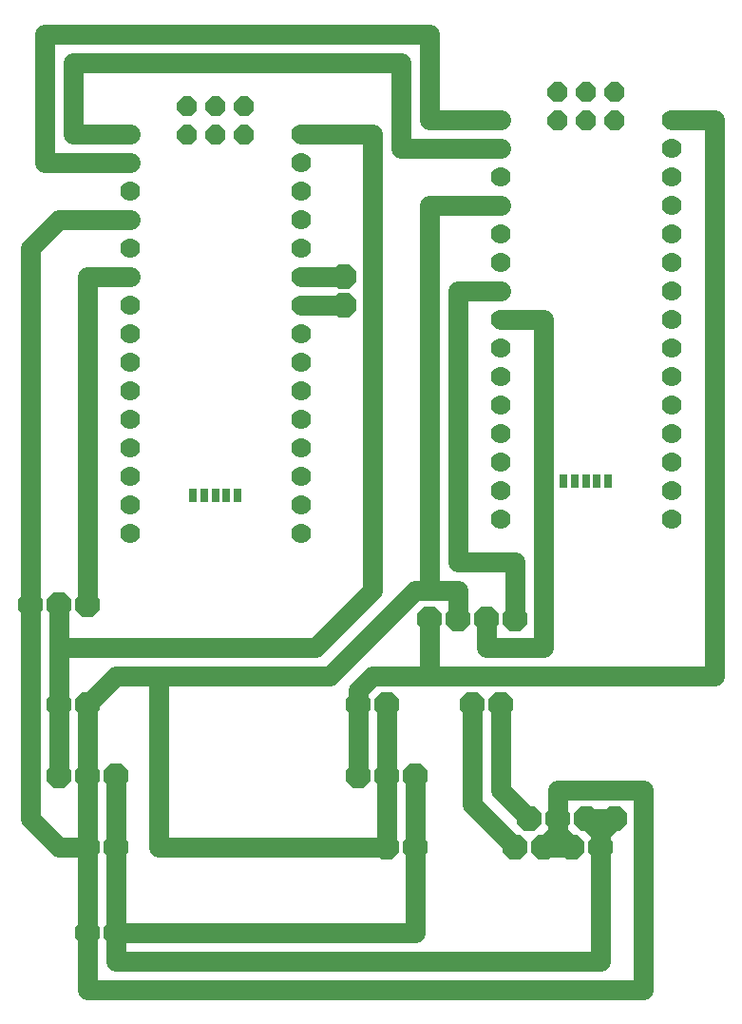
<source format=gbr>
G04 EAGLE Gerber RS-274X export*
G75*
%MOMM*%
%FSLAX34Y34*%
%LPD*%
%INTop Copper*%
%IPPOS*%
%AMOC8*
5,1,8,0,0,1.08239X$1,22.5*%
G01*
%ADD10P,2.336880X8X22.500000*%
%ADD11C,1.778000*%
%ADD12R,0.635000X1.270000*%
%ADD13P,1.924489X8X22.500000*%
%ADD14C,1.778000*%


D10*
X101600Y0D03*
X368300Y139700D03*
X317500Y139700D03*
X342900Y139700D03*
X101600Y139700D03*
X50800Y139700D03*
X76200Y139700D03*
X368300Y76200D03*
X342900Y76200D03*
X317500Y203200D03*
X342900Y203200D03*
X101600Y76200D03*
X76200Y76200D03*
X50800Y203200D03*
X76200Y203200D03*
X76200Y0D03*
X381000Y279400D03*
D11*
X596900Y444500D03*
X596900Y469900D03*
X596900Y495300D03*
X596900Y520700D03*
X596900Y546100D03*
X596900Y571500D03*
X596900Y419100D03*
X596900Y393700D03*
X596900Y368300D03*
X596900Y647700D03*
X596900Y673100D03*
X596900Y698500D03*
X596900Y723900D03*
X596900Y622300D03*
X596900Y596900D03*
X444500Y444500D03*
X444500Y469900D03*
X444500Y495300D03*
X444500Y520700D03*
X444500Y546100D03*
X444500Y571500D03*
X444500Y419100D03*
X444500Y393700D03*
X444500Y368300D03*
X444500Y647700D03*
X444500Y673100D03*
X444500Y698500D03*
X444500Y723900D03*
X444500Y622300D03*
X444500Y596900D03*
D12*
X500126Y402336D03*
X510032Y402336D03*
X520192Y402336D03*
X529844Y402336D03*
X540004Y402336D03*
D13*
X495046Y722884D03*
X495046Y748284D03*
X520446Y722884D03*
X520446Y748284D03*
X545846Y722884D03*
X545846Y748284D03*
D10*
X406400Y279400D03*
X431800Y279400D03*
X457200Y279400D03*
X50800Y292100D03*
D11*
X266700Y431800D03*
X266700Y457200D03*
X266700Y482600D03*
X266700Y508000D03*
X266700Y533400D03*
X266700Y558800D03*
X266700Y406400D03*
X266700Y381000D03*
X266700Y355600D03*
X266700Y635000D03*
X266700Y660400D03*
X266700Y685800D03*
X266700Y711200D03*
X266700Y609600D03*
X266700Y584200D03*
X114300Y431800D03*
X114300Y457200D03*
X114300Y482600D03*
X114300Y508000D03*
X114300Y533400D03*
X114300Y558800D03*
X114300Y406400D03*
X114300Y381000D03*
X114300Y355600D03*
X114300Y635000D03*
X114300Y660400D03*
X114300Y685800D03*
X114300Y711200D03*
X114300Y609600D03*
X114300Y584200D03*
D12*
X169926Y389636D03*
X179832Y389636D03*
X189992Y389636D03*
X199644Y389636D03*
X209804Y389636D03*
D13*
X164846Y710184D03*
X164846Y735584D03*
X190246Y710184D03*
X190246Y735584D03*
X215646Y710184D03*
X215646Y735584D03*
D10*
X25400Y292100D03*
X76200Y292100D03*
X304800Y584200D03*
X304800Y558800D03*
X419100Y203200D03*
X444500Y203200D03*
X457200Y76200D03*
X469900Y101600D03*
X482600Y76200D03*
X495300Y101600D03*
X508000Y76200D03*
X520700Y101600D03*
X533400Y76200D03*
X546100Y101600D03*
D14*
X444500Y698500D02*
X355600Y698500D01*
X355600Y774700D01*
X63500Y774700D01*
X63500Y711200D01*
X114300Y711200D01*
X114300Y685800D02*
X38100Y685800D01*
X38100Y800100D01*
X381000Y800100D01*
X381000Y723900D01*
X444500Y723900D01*
X406400Y304800D02*
X406400Y279400D01*
X406400Y304800D02*
X381000Y304800D01*
X381000Y647700D01*
X444500Y647700D01*
X381000Y304800D02*
X368300Y304800D01*
X292100Y228600D01*
X139700Y228600D02*
X101600Y228600D01*
X76200Y203200D01*
X139700Y228600D02*
X292100Y228600D01*
X139700Y228600D02*
X139700Y76200D01*
X342900Y76200D01*
X342900Y139700D01*
X342900Y203200D01*
X76200Y76200D02*
X76200Y0D01*
X76200Y76200D02*
X76200Y139700D01*
X76200Y203200D01*
X76200Y76200D02*
X50800Y76200D01*
X25400Y101600D01*
X25400Y292100D01*
X25400Y609600D01*
X50800Y635000D01*
X114300Y635000D01*
X495300Y88900D02*
X482600Y76200D01*
X495300Y88900D02*
X495300Y101600D01*
X495300Y88900D02*
X508000Y76200D01*
X482600Y76200D01*
X76200Y0D02*
X76200Y-50800D01*
X571500Y-50800D01*
X571500Y127000D01*
X495300Y127000D01*
X495300Y101600D01*
X101600Y76200D02*
X101600Y0D01*
X101600Y76200D02*
X101600Y139700D01*
X101600Y0D02*
X368300Y0D01*
X368300Y76200D01*
X368300Y139700D01*
X520700Y101600D02*
X546100Y101600D01*
X533400Y88900D01*
X533400Y76200D01*
X533400Y88900D02*
X520700Y101600D01*
X533400Y76200D02*
X533400Y-25400D01*
X101600Y-25400D01*
X101600Y0D01*
X317500Y139700D02*
X317500Y203200D01*
X317500Y215900D01*
X330200Y228600D01*
X381000Y228600D01*
X381000Y279400D01*
X381000Y228600D02*
X635000Y228600D01*
X635000Y723900D01*
X596900Y723900D01*
X114300Y584200D02*
X76200Y584200D01*
X76200Y292100D01*
X266700Y711200D02*
X330200Y711200D01*
X330200Y304800D01*
X279400Y254000D01*
X50800Y254000D01*
X50800Y292100D01*
X50800Y254000D02*
X50800Y203200D01*
X50800Y139700D01*
X444500Y546100D02*
X482600Y546100D01*
X482600Y254000D01*
X431800Y254000D01*
X431800Y279400D01*
X457200Y279400D02*
X457200Y330200D01*
X406400Y330200D01*
X406400Y571500D01*
X444500Y571500D01*
X304800Y584200D02*
X266700Y584200D01*
X266700Y558800D02*
X304800Y558800D01*
X419100Y114300D02*
X457200Y76200D01*
X419100Y114300D02*
X419100Y203200D01*
X444500Y203200D02*
X444500Y127000D01*
X469900Y101600D01*
M02*

</source>
